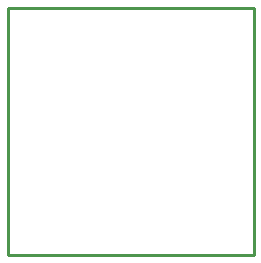
<source format=gko>
G04 Layer: BoardOutlineLayer*
G04 EasyEDA Pro v2.2.32.3, 2024-12-01 19:29:51*
G04 Gerber Generator version 0.3*
G04 Scale: 100 percent, Rotated: No, Reflected: No*
G04 Dimensions in millimeters*
G04 Leading zeros omitted, absolute positions, 3 integers and 5 decimals*
%FSLAX35Y35*%
%MOMM*%
%ADD10C,0.254*%
G75*


G04 Rect Start*
G54D10*
G01X12700Y-2705100D02*
G01X12700Y-609600D01*
G01X2095500Y-609600D01*
G01X2095500Y-2705100D01*
G01X12700Y-2705100D01*
G04 Rect End*

M02*


</source>
